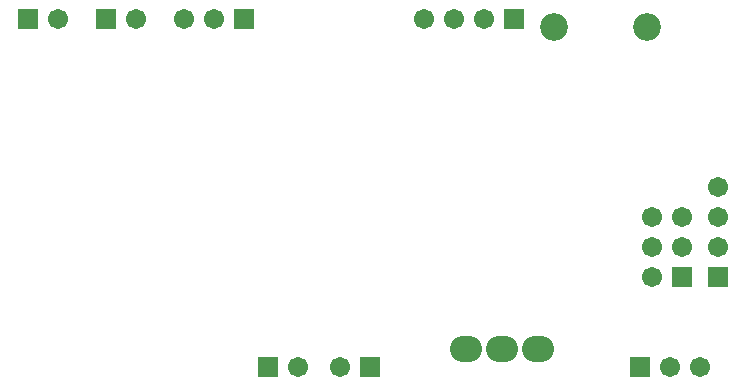
<source format=gbs>
G04*
G04 #@! TF.GenerationSoftware,Altium Limited,Altium Designer,21.4.1 (30)*
G04*
G04 Layer_Color=16711935*
%FSLAX44Y44*%
%MOMM*%
G71*
G04*
G04 #@! TF.SameCoordinates,C0E257CA-E608-45CC-978B-2DEEB779FBD1*
G04*
G04*
G04 #@! TF.FilePolarity,Negative*
G04*
G01*
G75*
%ADD64O,2.7032X2.2032*%
%ADD65C,1.7032*%
%ADD66R,1.7032X1.7032*%
%ADD67C,2.3482*%
%ADD68R,1.7032X1.7032*%
D64*
X711200Y635000D02*
D03*
X680720D02*
D03*
X650240D02*
D03*
D65*
X807720Y746760D02*
D03*
X833120D02*
D03*
X807720Y721360D02*
D03*
X833120D02*
D03*
X807720Y695960D02*
D03*
X370840Y914400D02*
D03*
X848360Y619760D02*
D03*
X822960D02*
D03*
X614680Y914400D02*
D03*
X640080D02*
D03*
X665480D02*
D03*
X863600Y721360D02*
D03*
Y746760D02*
D03*
Y772160D02*
D03*
X508000Y619760D02*
D03*
X543560D02*
D03*
X304800Y914400D02*
D03*
X411480D02*
D03*
X436880D02*
D03*
D66*
X833120Y695960D02*
D03*
X863600D02*
D03*
D67*
X725040Y907740D02*
D03*
X804040D02*
D03*
D68*
X345440Y914400D02*
D03*
X797560Y619760D02*
D03*
X690880Y914400D02*
D03*
X482600Y619760D02*
D03*
X568960D02*
D03*
X279400Y914400D02*
D03*
X462280D02*
D03*
M02*

</source>
